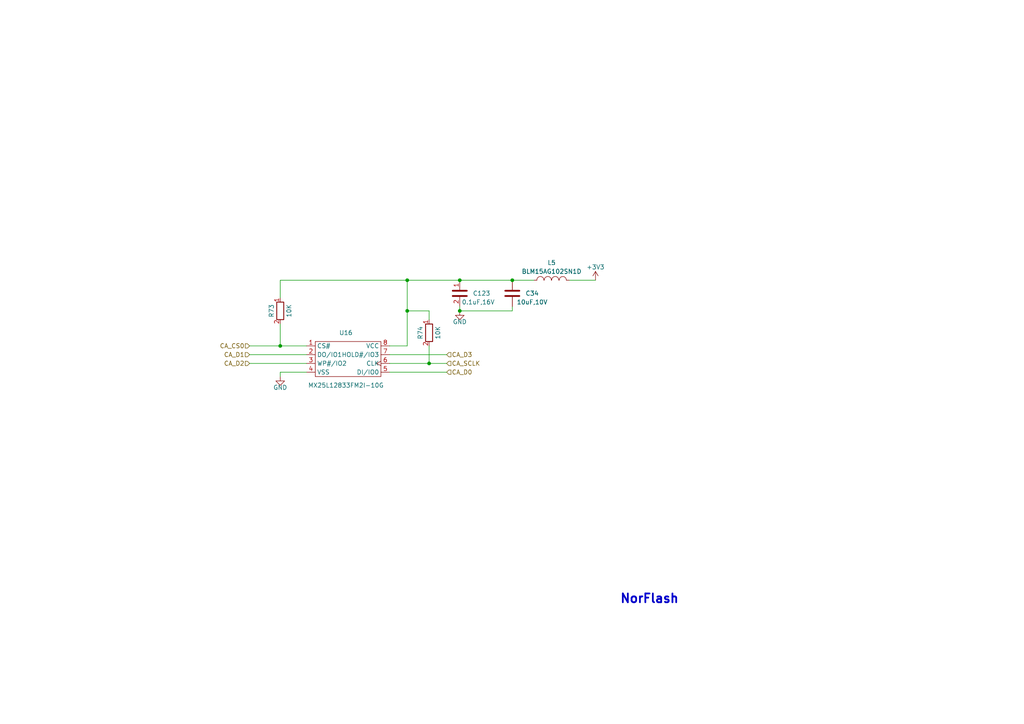
<source format=kicad_sch>
(kicad_sch (version 20230121) (generator eeschema)
  (paper "A4")
  (title_block (title "HPM6750 ADC EVK") (date "2023-5-25") (rev "A"))
  (lib_symbols
    (symbol "0.1uF,16V_1" (pin_names (offset 0.254))
      (property "Reference" "C" (at 0.635 2.54 0))
      (property "Value" "0.1uF,16V_1" (at 0.635 -2.54 0))
      (symbol "0.1uF,16V_1_0_1"
        (polyline (pts (xy -2.032 -0.762) (xy 2.032 -0.762)) (stroke (width 0.508)))
        (polyline (pts (xy -2.032 0.762) (xy 2.032 0.762)) (stroke (width 0.508)))
      )
      (symbol "0.1uF,16V_1_1_1"
        (pin passive line (at 0 3.81 270) (length 2.794) (name "~") (number "1"))
        (pin passive line (at 0 -3.81 90) (length 2.794) (name "~") (number "2"))
      )
    )
    (symbol "02_HPM_Resis:0Ω" (pin_names (offset 0))
      (property "Reference" "R" (at -3.81 0.635 0))
      (property "Value" "0Ω" (at 5.08 0.635 0))
      (symbol "0Ω_0_1"
        (rectangle (start 2.54 -1.016) (end -2.54 1.016) (stroke (width 0.254)))
      )
      (symbol "0Ω_1_1"
        (pin passive line (at -3.81 0 0) (length 1.27) (name "~") (number "1"))
        (pin passive line (at 3.81 0 180) (length 1.27) (name "~") (number "2"))
      )
    )
    (symbol "03_HPM_CAP:10uF,10V" (pin_numbers hide) (pin_names (offset 0.254))
      (property "Reference" "C" (at 0.635 2.54 0))
      (property "Value" "10uF,10V" (at 0.635 -2.54 0))
      (symbol "10uF,10V_0_1"
        (polyline (pts (xy -2.032 -0.762) (xy 2.032 -0.762)) (stroke (width 0.508)))
        (polyline (pts (xy -2.032 0.762) (xy 2.032 0.762)) (stroke (width 0.508)))
      )
      (symbol "10uF,10V_1_1"
        (pin passive line (at 0 3.81 270) (length 2.794) (name "~") (number "1"))
        (pin passive line (at 0 -3.81 90) (length 2.794) (name "~") (number "2"))
      )
    )
    (symbol "0Ω_1" (pin_names (offset 0))
      (property "Reference" "R" (at -3.81 0.635 0))
      (property "Value" "0Ω_1" (at 5.08 0.635 0))
      (symbol "0Ω_1_0_1"
        (rectangle (start 2.54 -1.016) (end -2.54 1.016) (stroke (width 0.254)))
      )
      (symbol "0Ω_1_1_1"
        (pin passive line (at -3.81 0 0) (length 1.27) (name "~") (number "1"))
        (pin passive line (at 3.81 0 180) (length 1.27) (name "~") (number "2"))
      )
    )
    (symbol "HPM_EVK2:MX25L12833FM2I-10G"
      (property "Reference" "U" (at 0 6.35 0))
      (property "Value" "MX25L12833FM2I-10G" (at 0 -6.35 0))
      (symbol "MX25L12833FM2I-10G_0_1"
        (rectangle (start -8.89 5.08) (end 10.16 -5.08))
        (pin input line (at -11.43 3.81 0) (length 2.54) (name "CS#") (number "1"))
        (pin bidirectional line (at -11.43 1.27 0) (length 2.54) (name "DO/IO1") (number "2"))
        (pin bidirectional line (at -11.43 -1.27 0) (length 2.54) (name "WP#/IO2") (number "3"))
        (pin input line (at -11.43 -3.81 0) (length 2.54) (name "VSS") (number "4"))
        (pin input line (at 12.7 -3.81 180) (length 2.54) (name "DI/IO0") (number "5"))
        (pin input clock (at 12.7 -1.27 180) (length 2.54) (name "CLK") (number "6"))
        (pin bidirectional line (at 12.7 1.27 180) (length 2.54) (name "HOLD#/IO3") (number "7"))
        (pin input line (at 12.7 3.81 180) (length 2.54) (name "VCC") (number "8"))
      )
    )
    (symbol "kicad_lceda:BLM15AG102SN1D" (pin_numbers hide) (pin_names (offset 1.016) hide)
      (property "Reference" "L" (at 0 3.6576 0))
      (property "Value" "BLM15AG102SN1D" (at 0 8.7376 0))
      (symbol "BLM15AG102SN1D_1_1"
        (polyline (pts (xy 2.2098 0) (xy 2.2098 0.2032) (xy 2.2352 0.381) (xy 2.3114 0.5588) (xy 2.4384 0.7366) (xy 2.5654 0.8636) (xy 2.7432 0.9652) (xy 2.921 1.0414) (xy 3.1242 1.0668) (xy 3.3274 1.0668) (xy 3.5052 1.0414) (xy 3.7084 0.9652) (xy 3.8608 0.8382) (xy 4.0132 0.7112) (xy 4.1148 0.5334) (xy 4.191 0.3556) (xy 4.2164 0.1778) (xy 4.2164 0)) (stroke (width 0.1524)))
        (polyline (pts (xy -4.2926 0) (xy -4.2926 0.2032) (xy -4.2672 0.381) (xy -4.191 0.5588) (xy -4.064 0.7366) (xy -3.937 0.8636) (xy -3.7592 0.9652) (xy -3.5814 1.0414) (xy -3.3782 1.0922) (xy -3.2004 1.0922) (xy -2.9972 1.0414) (xy -2.8194 0.9652) (xy -2.6416 0.8636) (xy -2.5146 0.7366) (xy -2.3876 0.5588) (xy -2.3114 0.381) (xy -2.286 0.2032) (xy -2.286 0) (xy -2.286 0)) (stroke (width 0.1524)))
        (polyline (pts (xy -2.1336 0) (xy -2.159 0.2032) (xy -2.1082 0.381) (xy -2.032 0.5588) (xy -1.9304 0.7366) (xy -1.778 0.8636) (xy -1.6256 0.9652) (xy -1.4224 1.0414) (xy -1.2446 1.0922) (xy -1.0414 1.0922) (xy -0.8382 1.0414) (xy -0.6604 0.9906) (xy -0.4826 0.8636) (xy -0.3556 0.7366) (xy -0.2286 0.5842) (xy -0.1524 0.381) (xy -0.127 0.2032) (xy -0.127 0) (xy -0.127 0)) (stroke (width 0.1524)))
        (polyline (pts (xy 0 0) (xy 0 0.2032) (xy 0.0508 0.381) (xy 0.127 0.5588) (xy 0.2286 0.7366) (xy 0.381 0.8636) (xy 0.5334 0.9652) (xy 0.7112 1.0414) (xy 0.9144 1.0922) (xy 1.1176 1.0922) (xy 1.3208 1.0414) (xy 1.4986 0.9906) (xy 1.651 0.8636) (xy 1.8034 0.7366) (xy 1.905 0.5842) (xy 1.9812 0.381) (xy 2.032 0.2032) (xy 2.032 0) (xy 2.032 0)) (stroke (width 0.1524)))
        (pin input line (at -5.08 0 0) (length 0.762) (name "1") (number "1"))
        (pin input line (at 5.08 0 180) (length 0.762) (name "2") (number "2"))
      )
    )
    (symbol "power:+3V3" (power) (pin_names (offset 0))
      (property "Value" "+3V3" (at 0 3.556 0))
      (symbol "+3V3_0_1"
        (polyline (pts (xy -0.762 1.27) (xy 0 2.54)))
        (polyline (pts (xy 0 0) (xy 0 2.54)))
        (polyline (pts (xy 0 2.54) (xy 0.762 1.27)))
      )
      (symbol "+3V3_1_1"
        (pin power_in line (at 0 0 90) (length 0) hide (name "+3V3") (number "1"))
      )
    )
    (symbol "power:GND" (power) (pin_names (offset 0))
      (property "Value" "GND" (at 0 -3.81 0))
      (symbol "GND_0_1"
        (polyline (pts (xy 0 0) (xy 0 -1.27) (xy 1.27 -1.27) (xy 0 -2.54) (xy -1.27 -1.27) (xy 0 -1.27)))
      )
      (symbol "GND_1_1"
        (pin power_in line (at 0 0 270) (length 0) hide (name "GND") (number "1"))
      )
    )
  )
  (junction (at 148.59 81.28))
  (junction (at 133.35 81.28))
  (junction (at 124.46 105.41))
  (junction (at 118.11 90.17))
  (junction (at 81.28 100.33))
  (junction (at 118.11 81.28))
  (junction (at 133.35 90.17))
  (wire (pts (xy 148.59 88.9) (xy 148.59 90.17)))
  (wire (pts (xy 81.28 100.33) (xy 88.9 100.33)))
  (wire (pts (xy 118.11 100.33) (xy 118.11 90.17)))
  (wire (pts (xy 81.28 107.95) (xy 88.9 107.95)))
  (wire (pts (xy 81.28 93.98) (xy 81.28 100.33)))
  (wire (pts (xy 118.11 81.28) (xy 133.35 81.28)))
  (wire (pts (xy 81.28 81.28) (xy 118.11 81.28)))
  (wire (pts (xy 113.03 102.87) (xy 129.54 102.87)))
  (wire (pts (xy 113.03 107.95) (xy 129.54 107.95)))
  (wire (pts (xy 133.35 81.28) (xy 148.59 81.28)))
  (wire (pts (xy 133.35 90.17) (xy 148.59 90.17)))
  (wire (pts (xy 113.03 100.33) (xy 118.11 100.33)))
  (wire (pts (xy 72.39 100.33) (xy 81.28 100.33)))
  (wire (pts (xy 72.39 102.87) (xy 88.9 102.87)))
  (wire (pts (xy 124.46 90.17) (xy 118.11 90.17)))
  (wire (pts (xy 72.39 105.41) (xy 88.9 105.41)))
  (wire (pts (xy 133.35 88.9) (xy 133.35 90.17)))
  (wire (pts (xy 118.11 81.28) (xy 118.11 90.17)))
  (wire (pts (xy 81.28 109.22) (xy 81.28 107.95)))
  (wire (pts (xy 124.46 100.33) (xy 124.46 105.41)))
  (wire (pts (xy 124.46 90.17) (xy 124.46 92.71)))
  (wire (pts (xy 172.72 81.28) (xy 165.1 81.28)))
  (wire (pts (xy 124.46 105.41) (xy 129.54 105.41)))
  (wire (pts (xy 81.28 86.36) (xy 81.28 81.28)))
  (wire (pts (xy 113.03 105.41) (xy 124.46 105.41)))
  (wire (pts (xy 154.94 81.28) (xy 148.59 81.28)))
  (text "NorFlash" (at 179.705 175.26 0) (effects (font (size 2.54 2.54) (thickness 0.508) bold) (justify left bottom)))
  (hierarchical_label "CA_D1" (shape input) (at 72.39 102.87 180))
  (hierarchical_label "CA_D0" (shape input) (at 129.54 107.95 0))
  (hierarchical_label "CA_CS0" (shape input) (at 72.39 100.33 180))
  (hierarchical_label "CA_D3" (shape input) (at 129.54 102.87 0))
  (hierarchical_label "CA_SCLK" (shape input) (at 129.54 105.41 0))
  (hierarchical_label "CA_D2" (shape input) (at 72.39 105.41 180))
  (symbol (lib_id "power:GND") (at 81.28 109.22 0) (unit 1)
    (property "Reference" "#PWR0185" (effects hide))
    (property "Value" "GND" (at 81.28 112.395 0))
    (instances (project "HPM5300_ADC_EVK_RevA" (path "" (reference "#PWR0185") (unit 1))) (project "EVK_REVC" (path "" (reference "#PWR0422") (unit 1))))
  )
  (symbol (lib_name "0.1uF,16V_1") (lib_id "03_HPM_CAP:0.1uF,16V") (at 133.35 85.09 0) (mirror y) (unit 1)
    (property "Reference" "C123" (at 142.24 85.09 0) (effects (justify left)))
    (property "Value" "0.1uF,16V" (at 143.51 87.63 0) (effects (justify left)))
    (property "Footprint" "03_HPM_CAP:C_0402_1005Metric" (effects hide))
    (instances (project "HPM5300_ADC_EVK_RevA" (path "" (reference "C123") (unit 1))) (project "EVK_REVC" (path "" (reference "C53") (unit 1))))
  )
  (symbol (lib_id "power:+3V3") (at 172.72 81.28 0) (unit 1)
    (property "Reference" "#PWR049" (effects hide))
    (property "Value" "+3V3" (at 172.72 77.47 0))
    (instances (project "HPM5300_ADC_EVK_RevA" (path "" (reference "#PWR049") (unit 1)) (path "" (reference "#PWR0186") (unit 1))))
  )
  (symbol (lib_name "0Ω_1") (lib_id "02_HPM_Resis:0Ω") (at 81.28 90.17 270) (unit 1)
    (property "Reference" "R73" (at 78.74 90.17 0))
    (property "Value" "10K" (at 83.82 90.17 0))
    (property "Footprint" "02_HPM_Resis:R_0402_1005Metric" (effects hide))
    (instances (project "HPM5300_ADC_EVK_RevA" (path "" (reference "R73") (unit 1))) (project "EVK_REVC" (path "" (reference "R26") (unit 1))))
  )
  (symbol (lib_id "03_HPM_CAP:10uF,10V") (at 148.59 85.09 0) (unit 1)
    (property "Reference" "C34" (at 152.4 85.09 0) (effects (justify left)))
    (property "Value" "10uF,10V" (at 149.86 87.63 0) (effects (justify left)))
    (property "Footprint" "03_HPM_CAP:C_0603_1608Metric" (effects hide))
    (instances (project "HPM5300_ADC_EVK_RevA" (path "" (reference "C34") (unit 1)) (path "" (reference "C124") (unit 1))))
  )
  (symbol (lib_id "kicad_lceda:BLM15AG102SN1D") (at 160.02 81.28 0) (unit 1)
    (property "Reference" "L5" (at 159.9946 76.2 0))
    (property "Value" "BLM15AG102SN1D" (at 159.9946 78.74 0))
    (property "Footprint" "kicad_lceda:L0402" (effects hide))
    (property "Datasheet" "http://www.szlcsc.com/product/details_78010.html" (effects hide))
    (property "SuppliersPartNumber" "C76883" (effects hide))
    (property "uuid" "std:31453510072c4f8e98ec6bbf092c7702" (effects hide))
    (instances (project "HPM5300_ADC_EVK_RevA" (path "" (reference "L5") (unit 1)) (path "" (reference "L11") (unit 1))))
  )
  (symbol (lib_id "02_HPM_Resis:0Ω") (at 124.46 96.52 270) (unit 1)
    (property "Reference" "R74" (at 121.92 96.52 0))
    (property "Value" "10K" (at 127 96.52 0))
    (property "Footprint" "02_HPM_Resis:R_0402_1005Metric" (effects hide))
    (instances (project "HPM5300_ADC_EVK_RevA" (path "" (reference "R74") (unit 1))) (project "EVK_REVC" (path "" (reference "R27") (unit 1))))
  )
  (symbol (lib_id "power:GND") (at 133.35 90.17 0) (unit 1)
    (property "Reference" "#PWR0183" (effects hide))
    (property "Value" "GND" (at 133.35 93.345 0))
    (instances (project "HPM5300_ADC_EVK_RevA" (path "" (reference "#PWR0183") (unit 1))) (project "EVK_REVC" (path "" (reference "#PWR0180") (unit 1))))
  )
  (symbol (lib_id "HPM_EVK2:MX25L12833FM2I-10G") (at 100.33 104.14 0) (unit 1)
    (property "Reference" "U16" (at 100.33 96.52 0))
    (property "Value" "MX25L12833FM2I-10G" (at 100.33 111.76 0))
    (property "Footprint" "06_HPM_IC:SOIC-8_5.23x5.23mm_P1.27mm" (effects hide))
    (instances (project "HPM5300_ADC_EVK_RevA" (path "" (reference "U16") (unit 1))) (project "EVK_REVC" (path "" (reference "U5") (unit 1))))
  )
)
</source>
